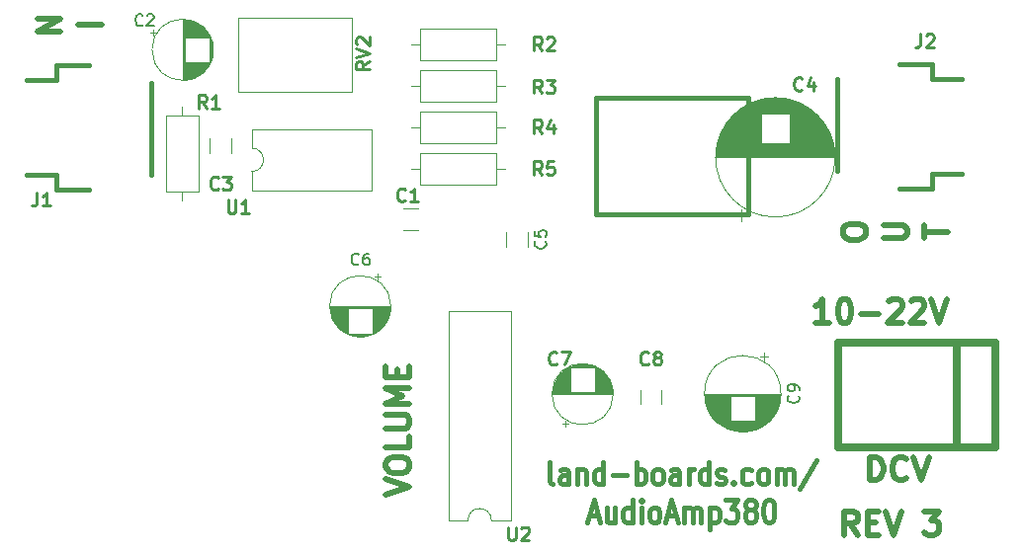
<source format=gto>
G04 #@! TF.GenerationSoftware,KiCad,Pcbnew,(5.1.10)-1*
G04 #@! TF.CreationDate,2022-03-27T08:25:45-04:00*
G04 #@! TF.ProjectId,AudioAmp380,41756469-6f41-46d7-9033-38302e6b6963,3*
G04 #@! TF.SameCoordinates,Original*
G04 #@! TF.FileFunction,Legend,Top*
G04 #@! TF.FilePolarity,Positive*
%FSLAX46Y46*%
G04 Gerber Fmt 4.6, Leading zero omitted, Abs format (unit mm)*
G04 Created by KiCad (PCBNEW (5.1.10)-1) date 2022-03-27 08:25:45*
%MOMM*%
%LPD*%
G01*
G04 APERTURE LIST*
%ADD10C,0.381000*%
%ADD11C,0.500000*%
%ADD12C,0.412750*%
%ADD13C,0.120000*%
%ADD14C,0.650000*%
%ADD15C,0.254000*%
%ADD16C,0.150000*%
G04 APERTURE END LIST*
D10*
X141220000Y-124112400D02*
X141220000Y-114112400D01*
X154220000Y-124112400D02*
X141220000Y-124112400D01*
X154220000Y-114112400D02*
X154220000Y-124112400D01*
X141220000Y-114112400D02*
X154220000Y-114112400D01*
D11*
X164639047Y-146917161D02*
X164639047Y-144917161D01*
X165115238Y-144917161D01*
X165400952Y-145012400D01*
X165591428Y-145202876D01*
X165686666Y-145393352D01*
X165781904Y-145774304D01*
X165781904Y-146060019D01*
X165686666Y-146440971D01*
X165591428Y-146631447D01*
X165400952Y-146821923D01*
X165115238Y-146917161D01*
X164639047Y-146917161D01*
X167781904Y-146726685D02*
X167686666Y-146821923D01*
X167400952Y-146917161D01*
X167210476Y-146917161D01*
X166924761Y-146821923D01*
X166734285Y-146631447D01*
X166639047Y-146440971D01*
X166543809Y-146060019D01*
X166543809Y-145774304D01*
X166639047Y-145393352D01*
X166734285Y-145202876D01*
X166924761Y-145012400D01*
X167210476Y-144917161D01*
X167400952Y-144917161D01*
X167686666Y-145012400D01*
X167781904Y-145107638D01*
X168353333Y-144917161D02*
X169020000Y-146917161D01*
X169686666Y-144917161D01*
X163588857Y-151595161D02*
X162922190Y-150642780D01*
X162446000Y-151595161D02*
X162446000Y-149595161D01*
X163207904Y-149595161D01*
X163398380Y-149690400D01*
X163493619Y-149785638D01*
X163588857Y-149976114D01*
X163588857Y-150261828D01*
X163493619Y-150452304D01*
X163398380Y-150547542D01*
X163207904Y-150642780D01*
X162446000Y-150642780D01*
X164446000Y-150547542D02*
X165112666Y-150547542D01*
X165398380Y-151595161D02*
X164446000Y-151595161D01*
X164446000Y-149595161D01*
X165398380Y-149595161D01*
X165969809Y-149595161D02*
X166636476Y-151595161D01*
X167303142Y-149595161D01*
X169303142Y-149595161D02*
X170541238Y-149595161D01*
X169874571Y-150357066D01*
X170160285Y-150357066D01*
X170350761Y-150452304D01*
X170446000Y-150547542D01*
X170541238Y-150738019D01*
X170541238Y-151214209D01*
X170446000Y-151404685D01*
X170350761Y-151499923D01*
X170160285Y-151595161D01*
X169588857Y-151595161D01*
X169398380Y-151499923D01*
X169303142Y-151404685D01*
X123186761Y-148181447D02*
X125186761Y-147514780D01*
X123186761Y-146848114D01*
X123186761Y-145800495D02*
X123186761Y-145419542D01*
X123282000Y-145229066D01*
X123472476Y-145038590D01*
X123853428Y-144943352D01*
X124520095Y-144943352D01*
X124901047Y-145038590D01*
X125091523Y-145229066D01*
X125186761Y-145419542D01*
X125186761Y-145800495D01*
X125091523Y-145990971D01*
X124901047Y-146181447D01*
X124520095Y-146276685D01*
X123853428Y-146276685D01*
X123472476Y-146181447D01*
X123282000Y-145990971D01*
X123186761Y-145800495D01*
X125186761Y-143133828D02*
X125186761Y-144086209D01*
X123186761Y-144086209D01*
X123186761Y-142467161D02*
X124805809Y-142467161D01*
X124996285Y-142371923D01*
X125091523Y-142276685D01*
X125186761Y-142086209D01*
X125186761Y-141705257D01*
X125091523Y-141514780D01*
X124996285Y-141419542D01*
X124805809Y-141324304D01*
X123186761Y-141324304D01*
X125186761Y-140371923D02*
X123186761Y-140371923D01*
X124615333Y-139705257D01*
X123186761Y-139038590D01*
X125186761Y-139038590D01*
X124139142Y-138086209D02*
X124139142Y-137419542D01*
X125186761Y-137133828D02*
X125186761Y-138086209D01*
X123186761Y-138086209D01*
X123186761Y-137133828D01*
X161139047Y-133417161D02*
X159996190Y-133417161D01*
X160567619Y-133417161D02*
X160567619Y-131417161D01*
X160377142Y-131702876D01*
X160186666Y-131893352D01*
X159996190Y-131988590D01*
X162377142Y-131417161D02*
X162567619Y-131417161D01*
X162758095Y-131512400D01*
X162853333Y-131607638D01*
X162948571Y-131798114D01*
X163043809Y-132179066D01*
X163043809Y-132655257D01*
X162948571Y-133036209D01*
X162853333Y-133226685D01*
X162758095Y-133321923D01*
X162567619Y-133417161D01*
X162377142Y-133417161D01*
X162186666Y-133321923D01*
X162091428Y-133226685D01*
X161996190Y-133036209D01*
X161900952Y-132655257D01*
X161900952Y-132179066D01*
X161996190Y-131798114D01*
X162091428Y-131607638D01*
X162186666Y-131512400D01*
X162377142Y-131417161D01*
X163900952Y-132655257D02*
X165424761Y-132655257D01*
X166281904Y-131607638D02*
X166377142Y-131512400D01*
X166567619Y-131417161D01*
X167043809Y-131417161D01*
X167234285Y-131512400D01*
X167329523Y-131607638D01*
X167424761Y-131798114D01*
X167424761Y-131988590D01*
X167329523Y-132274304D01*
X166186666Y-133417161D01*
X167424761Y-133417161D01*
X168186666Y-131607638D02*
X168281904Y-131512400D01*
X168472380Y-131417161D01*
X168948571Y-131417161D01*
X169139047Y-131512400D01*
X169234285Y-131607638D01*
X169329523Y-131798114D01*
X169329523Y-131988590D01*
X169234285Y-132274304D01*
X168091428Y-133417161D01*
X169329523Y-133417161D01*
X169900952Y-131417161D02*
X170567619Y-133417161D01*
X171234285Y-131417161D01*
D12*
X137474023Y-147239060D02*
X137316785Y-147148346D01*
X137238166Y-146966917D01*
X137238166Y-145334060D01*
X138810547Y-147239060D02*
X138810547Y-146241203D01*
X138731928Y-146059775D01*
X138574690Y-145969060D01*
X138260214Y-145969060D01*
X138102976Y-146059775D01*
X138810547Y-147148346D02*
X138653309Y-147239060D01*
X138260214Y-147239060D01*
X138102976Y-147148346D01*
X138024357Y-146966917D01*
X138024357Y-146785489D01*
X138102976Y-146604060D01*
X138260214Y-146513346D01*
X138653309Y-146513346D01*
X138810547Y-146422632D01*
X139596738Y-145969060D02*
X139596738Y-147239060D01*
X139596738Y-146150489D02*
X139675357Y-146059775D01*
X139832595Y-145969060D01*
X140068452Y-145969060D01*
X140225690Y-146059775D01*
X140304309Y-146241203D01*
X140304309Y-147239060D01*
X141798071Y-147239060D02*
X141798071Y-145334060D01*
X141798071Y-147148346D02*
X141640833Y-147239060D01*
X141326357Y-147239060D01*
X141169119Y-147148346D01*
X141090500Y-147057632D01*
X141011880Y-146876203D01*
X141011880Y-146331917D01*
X141090500Y-146150489D01*
X141169119Y-146059775D01*
X141326357Y-145969060D01*
X141640833Y-145969060D01*
X141798071Y-146059775D01*
X142584261Y-146513346D02*
X143842166Y-146513346D01*
X144628357Y-147239060D02*
X144628357Y-145334060D01*
X144628357Y-146059775D02*
X144785595Y-145969060D01*
X145100071Y-145969060D01*
X145257309Y-146059775D01*
X145335928Y-146150489D01*
X145414547Y-146331917D01*
X145414547Y-146876203D01*
X145335928Y-147057632D01*
X145257309Y-147148346D01*
X145100071Y-147239060D01*
X144785595Y-147239060D01*
X144628357Y-147148346D01*
X146357976Y-147239060D02*
X146200738Y-147148346D01*
X146122119Y-147057632D01*
X146043500Y-146876203D01*
X146043500Y-146331917D01*
X146122119Y-146150489D01*
X146200738Y-146059775D01*
X146357976Y-145969060D01*
X146593833Y-145969060D01*
X146751071Y-146059775D01*
X146829690Y-146150489D01*
X146908309Y-146331917D01*
X146908309Y-146876203D01*
X146829690Y-147057632D01*
X146751071Y-147148346D01*
X146593833Y-147239060D01*
X146357976Y-147239060D01*
X148323452Y-147239060D02*
X148323452Y-146241203D01*
X148244833Y-146059775D01*
X148087595Y-145969060D01*
X147773119Y-145969060D01*
X147615880Y-146059775D01*
X148323452Y-147148346D02*
X148166214Y-147239060D01*
X147773119Y-147239060D01*
X147615880Y-147148346D01*
X147537261Y-146966917D01*
X147537261Y-146785489D01*
X147615880Y-146604060D01*
X147773119Y-146513346D01*
X148166214Y-146513346D01*
X148323452Y-146422632D01*
X149109642Y-147239060D02*
X149109642Y-145969060D01*
X149109642Y-146331917D02*
X149188261Y-146150489D01*
X149266880Y-146059775D01*
X149424119Y-145969060D01*
X149581357Y-145969060D01*
X150839261Y-147239060D02*
X150839261Y-145334060D01*
X150839261Y-147148346D02*
X150682023Y-147239060D01*
X150367547Y-147239060D01*
X150210309Y-147148346D01*
X150131690Y-147057632D01*
X150053071Y-146876203D01*
X150053071Y-146331917D01*
X150131690Y-146150489D01*
X150210309Y-146059775D01*
X150367547Y-145969060D01*
X150682023Y-145969060D01*
X150839261Y-146059775D01*
X151546833Y-147148346D02*
X151704071Y-147239060D01*
X152018547Y-147239060D01*
X152175785Y-147148346D01*
X152254404Y-146966917D01*
X152254404Y-146876203D01*
X152175785Y-146694775D01*
X152018547Y-146604060D01*
X151782690Y-146604060D01*
X151625452Y-146513346D01*
X151546833Y-146331917D01*
X151546833Y-146241203D01*
X151625452Y-146059775D01*
X151782690Y-145969060D01*
X152018547Y-145969060D01*
X152175785Y-146059775D01*
X152961976Y-147057632D02*
X153040595Y-147148346D01*
X152961976Y-147239060D01*
X152883357Y-147148346D01*
X152961976Y-147057632D01*
X152961976Y-147239060D01*
X154455738Y-147148346D02*
X154298500Y-147239060D01*
X153984023Y-147239060D01*
X153826785Y-147148346D01*
X153748166Y-147057632D01*
X153669547Y-146876203D01*
X153669547Y-146331917D01*
X153748166Y-146150489D01*
X153826785Y-146059775D01*
X153984023Y-145969060D01*
X154298500Y-145969060D01*
X154455738Y-146059775D01*
X155399166Y-147239060D02*
X155241928Y-147148346D01*
X155163309Y-147057632D01*
X155084690Y-146876203D01*
X155084690Y-146331917D01*
X155163309Y-146150489D01*
X155241928Y-146059775D01*
X155399166Y-145969060D01*
X155635023Y-145969060D01*
X155792261Y-146059775D01*
X155870880Y-146150489D01*
X155949500Y-146331917D01*
X155949500Y-146876203D01*
X155870880Y-147057632D01*
X155792261Y-147148346D01*
X155635023Y-147239060D01*
X155399166Y-147239060D01*
X156657071Y-147239060D02*
X156657071Y-145969060D01*
X156657071Y-146150489D02*
X156735690Y-146059775D01*
X156892928Y-145969060D01*
X157128785Y-145969060D01*
X157286023Y-146059775D01*
X157364642Y-146241203D01*
X157364642Y-147239060D01*
X157364642Y-146241203D02*
X157443261Y-146059775D01*
X157600500Y-145969060D01*
X157836357Y-145969060D01*
X157993595Y-146059775D01*
X158072214Y-146241203D01*
X158072214Y-147239060D01*
X160037690Y-145243346D02*
X158622547Y-147692632D01*
X140579476Y-149965025D02*
X141365666Y-149965025D01*
X140422238Y-150509310D02*
X140972571Y-148604310D01*
X141522904Y-150509310D01*
X142780809Y-149239310D02*
X142780809Y-150509310D01*
X142073238Y-149239310D02*
X142073238Y-150237167D01*
X142151857Y-150418596D01*
X142309095Y-150509310D01*
X142544952Y-150509310D01*
X142702190Y-150418596D01*
X142780809Y-150327882D01*
X144274571Y-150509310D02*
X144274571Y-148604310D01*
X144274571Y-150418596D02*
X144117333Y-150509310D01*
X143802857Y-150509310D01*
X143645619Y-150418596D01*
X143567000Y-150327882D01*
X143488380Y-150146453D01*
X143488380Y-149602167D01*
X143567000Y-149420739D01*
X143645619Y-149330025D01*
X143802857Y-149239310D01*
X144117333Y-149239310D01*
X144274571Y-149330025D01*
X145060761Y-150509310D02*
X145060761Y-149239310D01*
X145060761Y-148604310D02*
X144982142Y-148695025D01*
X145060761Y-148785739D01*
X145139380Y-148695025D01*
X145060761Y-148604310D01*
X145060761Y-148785739D01*
X146082809Y-150509310D02*
X145925571Y-150418596D01*
X145846952Y-150327882D01*
X145768333Y-150146453D01*
X145768333Y-149602167D01*
X145846952Y-149420739D01*
X145925571Y-149330025D01*
X146082809Y-149239310D01*
X146318666Y-149239310D01*
X146475904Y-149330025D01*
X146554523Y-149420739D01*
X146633142Y-149602167D01*
X146633142Y-150146453D01*
X146554523Y-150327882D01*
X146475904Y-150418596D01*
X146318666Y-150509310D01*
X146082809Y-150509310D01*
X147262095Y-149965025D02*
X148048285Y-149965025D01*
X147104857Y-150509310D02*
X147655190Y-148604310D01*
X148205523Y-150509310D01*
X148755857Y-150509310D02*
X148755857Y-149239310D01*
X148755857Y-149420739D02*
X148834476Y-149330025D01*
X148991714Y-149239310D01*
X149227571Y-149239310D01*
X149384809Y-149330025D01*
X149463428Y-149511453D01*
X149463428Y-150509310D01*
X149463428Y-149511453D02*
X149542047Y-149330025D01*
X149699285Y-149239310D01*
X149935142Y-149239310D01*
X150092380Y-149330025D01*
X150171000Y-149511453D01*
X150171000Y-150509310D01*
X150957190Y-149239310D02*
X150957190Y-151144310D01*
X150957190Y-149330025D02*
X151114428Y-149239310D01*
X151428904Y-149239310D01*
X151586142Y-149330025D01*
X151664761Y-149420739D01*
X151743380Y-149602167D01*
X151743380Y-150146453D01*
X151664761Y-150327882D01*
X151586142Y-150418596D01*
X151428904Y-150509310D01*
X151114428Y-150509310D01*
X150957190Y-150418596D01*
X152293714Y-148604310D02*
X153315761Y-148604310D01*
X152765428Y-149330025D01*
X153001285Y-149330025D01*
X153158523Y-149420739D01*
X153237142Y-149511453D01*
X153315761Y-149692882D01*
X153315761Y-150146453D01*
X153237142Y-150327882D01*
X153158523Y-150418596D01*
X153001285Y-150509310D01*
X152529571Y-150509310D01*
X152372333Y-150418596D01*
X152293714Y-150327882D01*
X154259190Y-149420739D02*
X154101952Y-149330025D01*
X154023333Y-149239310D01*
X153944714Y-149057882D01*
X153944714Y-148967167D01*
X154023333Y-148785739D01*
X154101952Y-148695025D01*
X154259190Y-148604310D01*
X154573666Y-148604310D01*
X154730904Y-148695025D01*
X154809523Y-148785739D01*
X154888142Y-148967167D01*
X154888142Y-149057882D01*
X154809523Y-149239310D01*
X154730904Y-149330025D01*
X154573666Y-149420739D01*
X154259190Y-149420739D01*
X154101952Y-149511453D01*
X154023333Y-149602167D01*
X153944714Y-149783596D01*
X153944714Y-150146453D01*
X154023333Y-150327882D01*
X154101952Y-150418596D01*
X154259190Y-150509310D01*
X154573666Y-150509310D01*
X154730904Y-150418596D01*
X154809523Y-150327882D01*
X154888142Y-150146453D01*
X154888142Y-149783596D01*
X154809523Y-149602167D01*
X154730904Y-149511453D01*
X154573666Y-149420739D01*
X155910190Y-148604310D02*
X156067428Y-148604310D01*
X156224666Y-148695025D01*
X156303285Y-148785739D01*
X156381904Y-148967167D01*
X156460523Y-149330025D01*
X156460523Y-149783596D01*
X156381904Y-150146453D01*
X156303285Y-150327882D01*
X156224666Y-150418596D01*
X156067428Y-150509310D01*
X155910190Y-150509310D01*
X155752952Y-150418596D01*
X155674333Y-150327882D01*
X155595714Y-150146453D01*
X155517095Y-149783596D01*
X155517095Y-149330025D01*
X155595714Y-148967167D01*
X155674333Y-148785739D01*
X155752952Y-148695025D01*
X155910190Y-148604310D01*
D11*
X162309761Y-125803876D02*
X162309761Y-125422923D01*
X162405000Y-125232447D01*
X162595476Y-125041971D01*
X162976428Y-124946733D01*
X163643095Y-124946733D01*
X164024047Y-125041971D01*
X164214523Y-125232447D01*
X164309761Y-125422923D01*
X164309761Y-125803876D01*
X164214523Y-125994352D01*
X164024047Y-126184828D01*
X163643095Y-126280066D01*
X162976428Y-126280066D01*
X162595476Y-126184828D01*
X162405000Y-125994352D01*
X162309761Y-125803876D01*
X165809761Y-126184828D02*
X167428809Y-126184828D01*
X167619285Y-126089590D01*
X167714523Y-125994352D01*
X167809761Y-125803876D01*
X167809761Y-125422923D01*
X167714523Y-125232447D01*
X167619285Y-125137209D01*
X167428809Y-125041971D01*
X165809761Y-125041971D01*
X169309761Y-126184828D02*
X169309761Y-125041971D01*
X171309761Y-125613400D02*
X169309761Y-125613400D01*
X96806238Y-107891400D02*
X98806238Y-107891400D01*
X93306238Y-107319971D02*
X95306238Y-107319971D01*
X93306238Y-108462828D01*
X95306238Y-108462828D01*
D13*
X104370000Y-122202400D02*
X107110000Y-122202400D01*
X107110000Y-122202400D02*
X107110000Y-115662400D01*
X107110000Y-115662400D02*
X104370000Y-115662400D01*
X104370000Y-115662400D02*
X104370000Y-122202400D01*
X105740000Y-122972400D02*
X105740000Y-122202400D01*
X105740000Y-114892400D02*
X105740000Y-115662400D01*
X111690000Y-120448400D02*
X111690000Y-122098400D01*
X111690000Y-122098400D02*
X121970000Y-122098400D01*
X121970000Y-122098400D02*
X121970000Y-116798400D01*
X121970000Y-116798400D02*
X111690000Y-116798400D01*
X111690000Y-116798400D02*
X111690000Y-118448400D01*
X111690000Y-118448400D02*
G75*
G02*
X111690000Y-120448400I0J-1000000D01*
G01*
D10*
X103073000Y-120464400D02*
X103073000Y-120718400D01*
X103073000Y-114114400D02*
X103073000Y-112844400D01*
X97739000Y-111320400D02*
X94945000Y-111320400D01*
X94945000Y-111320400D02*
X94945000Y-112590400D01*
X94945000Y-112590400D02*
X92405000Y-112590400D01*
X97739000Y-121988400D02*
X94945000Y-121988400D01*
X94945000Y-121988400D02*
X94945000Y-120718400D01*
X94945000Y-120718400D02*
X92405000Y-120718400D01*
X103073000Y-120464400D02*
X103073000Y-114114400D01*
X161865000Y-112803400D02*
X161865000Y-112549400D01*
X161865000Y-119153400D02*
X161865000Y-120423400D01*
X167199000Y-121947400D02*
X169993000Y-121947400D01*
X169993000Y-121947400D02*
X169993000Y-120677400D01*
X169993000Y-120677400D02*
X172533000Y-120677400D01*
X167199000Y-111279400D02*
X169993000Y-111279400D01*
X169993000Y-111279400D02*
X169993000Y-112549400D01*
X169993000Y-112549400D02*
X172533000Y-112549400D01*
X161865000Y-112803400D02*
X161865000Y-119153400D01*
D13*
X125322000Y-109542400D02*
X126092000Y-109542400D01*
X133402000Y-109542400D02*
X132632000Y-109542400D01*
X126092000Y-110912400D02*
X132632000Y-110912400D01*
X126092000Y-108172400D02*
X126092000Y-110912400D01*
X132632000Y-108172400D02*
X126092000Y-108172400D01*
X132632000Y-110912400D02*
X132632000Y-108172400D01*
X133402000Y-116654400D02*
X132632000Y-116654400D01*
X125322000Y-116654400D02*
X126092000Y-116654400D01*
X132632000Y-115284400D02*
X126092000Y-115284400D01*
X132632000Y-118024400D02*
X132632000Y-115284400D01*
X126092000Y-118024400D02*
X132632000Y-118024400D01*
X126092000Y-115284400D02*
X126092000Y-118024400D01*
X132210000Y-150342400D02*
X133860000Y-150342400D01*
X133860000Y-150342400D02*
X133860000Y-132442400D01*
X133860000Y-132442400D02*
X128560000Y-132442400D01*
X128560000Y-132442400D02*
X128560000Y-150342400D01*
X128560000Y-150342400D02*
X130210000Y-150342400D01*
X130210000Y-150342400D02*
G75*
G02*
X132210000Y-150342400I1000000J0D01*
G01*
X125899000Y-125432400D02*
X124641000Y-125432400D01*
X125899000Y-123592400D02*
X124641000Y-123592400D01*
X108100000Y-117633400D02*
X108100000Y-118891400D01*
X109940000Y-117633400D02*
X109940000Y-118891400D01*
X132632000Y-114468400D02*
X132632000Y-111728400D01*
X132632000Y-111728400D02*
X126092000Y-111728400D01*
X126092000Y-111728400D02*
X126092000Y-114468400D01*
X126092000Y-114468400D02*
X132632000Y-114468400D01*
X133402000Y-113098400D02*
X132632000Y-113098400D01*
X125322000Y-113098400D02*
X126092000Y-113098400D01*
X132632000Y-121580400D02*
X132632000Y-118840400D01*
X132632000Y-118840400D02*
X126092000Y-118840400D01*
X126092000Y-118840400D02*
X126092000Y-121580400D01*
X126092000Y-121580400D02*
X132632000Y-121580400D01*
X133402000Y-120210400D02*
X132632000Y-120210400D01*
X125322000Y-120210400D02*
X126092000Y-120210400D01*
X142650000Y-139534400D02*
G75*
G03*
X142650000Y-139534400I-2620000J0D01*
G01*
X137450000Y-139534400D02*
X142610000Y-139534400D01*
X137450000Y-139494400D02*
X142610000Y-139494400D01*
X137451000Y-139454400D02*
X142609000Y-139454400D01*
X137452000Y-139414400D02*
X142608000Y-139414400D01*
X137454000Y-139374400D02*
X142606000Y-139374400D01*
X137457000Y-139334400D02*
X142603000Y-139334400D01*
X137461000Y-139294400D02*
X138990000Y-139294400D01*
X141070000Y-139294400D02*
X142599000Y-139294400D01*
X137465000Y-139254400D02*
X138990000Y-139254400D01*
X141070000Y-139254400D02*
X142595000Y-139254400D01*
X137469000Y-139214400D02*
X138990000Y-139214400D01*
X141070000Y-139214400D02*
X142591000Y-139214400D01*
X137474000Y-139174400D02*
X138990000Y-139174400D01*
X141070000Y-139174400D02*
X142586000Y-139174400D01*
X137480000Y-139134400D02*
X138990000Y-139134400D01*
X141070000Y-139134400D02*
X142580000Y-139134400D01*
X137487000Y-139094400D02*
X138990000Y-139094400D01*
X141070000Y-139094400D02*
X142573000Y-139094400D01*
X137494000Y-139054400D02*
X138990000Y-139054400D01*
X141070000Y-139054400D02*
X142566000Y-139054400D01*
X137502000Y-139014400D02*
X138990000Y-139014400D01*
X141070000Y-139014400D02*
X142558000Y-139014400D01*
X137510000Y-138974400D02*
X138990000Y-138974400D01*
X141070000Y-138974400D02*
X142550000Y-138974400D01*
X137519000Y-138934400D02*
X138990000Y-138934400D01*
X141070000Y-138934400D02*
X142541000Y-138934400D01*
X137529000Y-138894400D02*
X138990000Y-138894400D01*
X141070000Y-138894400D02*
X142531000Y-138894400D01*
X137539000Y-138854400D02*
X138990000Y-138854400D01*
X141070000Y-138854400D02*
X142521000Y-138854400D01*
X137550000Y-138813400D02*
X138990000Y-138813400D01*
X141070000Y-138813400D02*
X142510000Y-138813400D01*
X137562000Y-138773400D02*
X138990000Y-138773400D01*
X141070000Y-138773400D02*
X142498000Y-138773400D01*
X137575000Y-138733400D02*
X138990000Y-138733400D01*
X141070000Y-138733400D02*
X142485000Y-138733400D01*
X137588000Y-138693400D02*
X138990000Y-138693400D01*
X141070000Y-138693400D02*
X142472000Y-138693400D01*
X137602000Y-138653400D02*
X138990000Y-138653400D01*
X141070000Y-138653400D02*
X142458000Y-138653400D01*
X137616000Y-138613400D02*
X138990000Y-138613400D01*
X141070000Y-138613400D02*
X142444000Y-138613400D01*
X137632000Y-138573400D02*
X138990000Y-138573400D01*
X141070000Y-138573400D02*
X142428000Y-138573400D01*
X137648000Y-138533400D02*
X138990000Y-138533400D01*
X141070000Y-138533400D02*
X142412000Y-138533400D01*
X137665000Y-138493400D02*
X138990000Y-138493400D01*
X141070000Y-138493400D02*
X142395000Y-138493400D01*
X137682000Y-138453400D02*
X138990000Y-138453400D01*
X141070000Y-138453400D02*
X142378000Y-138453400D01*
X137701000Y-138413400D02*
X138990000Y-138413400D01*
X141070000Y-138413400D02*
X142359000Y-138413400D01*
X137720000Y-138373400D02*
X138990000Y-138373400D01*
X141070000Y-138373400D02*
X142340000Y-138373400D01*
X137740000Y-138333400D02*
X138990000Y-138333400D01*
X141070000Y-138333400D02*
X142320000Y-138333400D01*
X137762000Y-138293400D02*
X138990000Y-138293400D01*
X141070000Y-138293400D02*
X142298000Y-138293400D01*
X137783000Y-138253400D02*
X138990000Y-138253400D01*
X141070000Y-138253400D02*
X142277000Y-138253400D01*
X137806000Y-138213400D02*
X138990000Y-138213400D01*
X141070000Y-138213400D02*
X142254000Y-138213400D01*
X137830000Y-138173400D02*
X138990000Y-138173400D01*
X141070000Y-138173400D02*
X142230000Y-138173400D01*
X137855000Y-138133400D02*
X138990000Y-138133400D01*
X141070000Y-138133400D02*
X142205000Y-138133400D01*
X137881000Y-138093400D02*
X138990000Y-138093400D01*
X141070000Y-138093400D02*
X142179000Y-138093400D01*
X137908000Y-138053400D02*
X138990000Y-138053400D01*
X141070000Y-138053400D02*
X142152000Y-138053400D01*
X137935000Y-138013400D02*
X138990000Y-138013400D01*
X141070000Y-138013400D02*
X142125000Y-138013400D01*
X137965000Y-137973400D02*
X138990000Y-137973400D01*
X141070000Y-137973400D02*
X142095000Y-137973400D01*
X137995000Y-137933400D02*
X138990000Y-137933400D01*
X141070000Y-137933400D02*
X142065000Y-137933400D01*
X138026000Y-137893400D02*
X138990000Y-137893400D01*
X141070000Y-137893400D02*
X142034000Y-137893400D01*
X138059000Y-137853400D02*
X138990000Y-137853400D01*
X141070000Y-137853400D02*
X142001000Y-137853400D01*
X138093000Y-137813400D02*
X138990000Y-137813400D01*
X141070000Y-137813400D02*
X141967000Y-137813400D01*
X138129000Y-137773400D02*
X138990000Y-137773400D01*
X141070000Y-137773400D02*
X141931000Y-137773400D01*
X138166000Y-137733400D02*
X138990000Y-137733400D01*
X141070000Y-137733400D02*
X141894000Y-137733400D01*
X138204000Y-137693400D02*
X138990000Y-137693400D01*
X141070000Y-137693400D02*
X141856000Y-137693400D01*
X138245000Y-137653400D02*
X138990000Y-137653400D01*
X141070000Y-137653400D02*
X141815000Y-137653400D01*
X138287000Y-137613400D02*
X138990000Y-137613400D01*
X141070000Y-137613400D02*
X141773000Y-137613400D01*
X138331000Y-137573400D02*
X138990000Y-137573400D01*
X141070000Y-137573400D02*
X141729000Y-137573400D01*
X138377000Y-137533400D02*
X138990000Y-137533400D01*
X141070000Y-137533400D02*
X141683000Y-137533400D01*
X138425000Y-137493400D02*
X138990000Y-137493400D01*
X141070000Y-137493400D02*
X141635000Y-137493400D01*
X138476000Y-137453400D02*
X138990000Y-137453400D01*
X141070000Y-137453400D02*
X141584000Y-137453400D01*
X138530000Y-137413400D02*
X138990000Y-137413400D01*
X141070000Y-137413400D02*
X141530000Y-137413400D01*
X138587000Y-137373400D02*
X138990000Y-137373400D01*
X141070000Y-137373400D02*
X141473000Y-137373400D01*
X138647000Y-137333400D02*
X138990000Y-137333400D01*
X141070000Y-137333400D02*
X141413000Y-137333400D01*
X138711000Y-137293400D02*
X138990000Y-137293400D01*
X141070000Y-137293400D02*
X141349000Y-137293400D01*
X138779000Y-137253400D02*
X138990000Y-137253400D01*
X141070000Y-137253400D02*
X141281000Y-137253400D01*
X138852000Y-137213400D02*
X141208000Y-137213400D01*
X138932000Y-137173400D02*
X141128000Y-137173400D01*
X139019000Y-137133400D02*
X141041000Y-137133400D01*
X139115000Y-137093400D02*
X140945000Y-137093400D01*
X139225000Y-137053400D02*
X140835000Y-137053400D01*
X139353000Y-137013400D02*
X140707000Y-137013400D01*
X139512000Y-136973400D02*
X140548000Y-136973400D01*
X139746000Y-136933400D02*
X140314000Y-136933400D01*
X138555000Y-142339175D02*
X138555000Y-141839175D01*
X138305000Y-142089175D02*
X138805000Y-142089175D01*
X161660000Y-119234400D02*
G75*
G03*
X161660000Y-119234400I-5120000J0D01*
G01*
X151460000Y-119234400D02*
X161620000Y-119234400D01*
X151460000Y-119194400D02*
X161620000Y-119194400D01*
X151460000Y-119154400D02*
X161620000Y-119154400D01*
X151461000Y-119114400D02*
X161619000Y-119114400D01*
X151462000Y-119074400D02*
X161618000Y-119074400D01*
X151463000Y-119034400D02*
X161617000Y-119034400D01*
X151465000Y-118994400D02*
X161615000Y-118994400D01*
X151467000Y-118954400D02*
X161613000Y-118954400D01*
X151470000Y-118914400D02*
X161610000Y-118914400D01*
X151472000Y-118874400D02*
X161608000Y-118874400D01*
X151475000Y-118834400D02*
X161605000Y-118834400D01*
X151478000Y-118794400D02*
X161602000Y-118794400D01*
X151482000Y-118754400D02*
X161598000Y-118754400D01*
X151486000Y-118714400D02*
X161594000Y-118714400D01*
X151490000Y-118674400D02*
X161590000Y-118674400D01*
X151495000Y-118634400D02*
X161585000Y-118634400D01*
X151500000Y-118594400D02*
X161580000Y-118594400D01*
X151505000Y-118554400D02*
X161575000Y-118554400D01*
X151510000Y-118513400D02*
X161570000Y-118513400D01*
X151516000Y-118473400D02*
X161564000Y-118473400D01*
X151522000Y-118433400D02*
X161558000Y-118433400D01*
X151529000Y-118393400D02*
X161551000Y-118393400D01*
X151536000Y-118353400D02*
X161544000Y-118353400D01*
X151543000Y-118313400D02*
X161537000Y-118313400D01*
X151550000Y-118273400D02*
X161530000Y-118273400D01*
X151558000Y-118233400D02*
X161522000Y-118233400D01*
X151566000Y-118193400D02*
X161514000Y-118193400D01*
X151575000Y-118153400D02*
X161505000Y-118153400D01*
X151584000Y-118113400D02*
X161496000Y-118113400D01*
X151593000Y-118073400D02*
X161487000Y-118073400D01*
X151602000Y-118033400D02*
X161478000Y-118033400D01*
X151612000Y-117993400D02*
X161468000Y-117993400D01*
X151622000Y-117953400D02*
X155299000Y-117953400D01*
X157781000Y-117953400D02*
X161458000Y-117953400D01*
X151633000Y-117913400D02*
X155299000Y-117913400D01*
X157781000Y-117913400D02*
X161447000Y-117913400D01*
X151643000Y-117873400D02*
X155299000Y-117873400D01*
X157781000Y-117873400D02*
X161437000Y-117873400D01*
X151655000Y-117833400D02*
X155299000Y-117833400D01*
X157781000Y-117833400D02*
X161425000Y-117833400D01*
X151666000Y-117793400D02*
X155299000Y-117793400D01*
X157781000Y-117793400D02*
X161414000Y-117793400D01*
X151678000Y-117753400D02*
X155299000Y-117753400D01*
X157781000Y-117753400D02*
X161402000Y-117753400D01*
X151690000Y-117713400D02*
X155299000Y-117713400D01*
X157781000Y-117713400D02*
X161390000Y-117713400D01*
X151703000Y-117673400D02*
X155299000Y-117673400D01*
X157781000Y-117673400D02*
X161377000Y-117673400D01*
X151716000Y-117633400D02*
X155299000Y-117633400D01*
X157781000Y-117633400D02*
X161364000Y-117633400D01*
X151729000Y-117593400D02*
X155299000Y-117593400D01*
X157781000Y-117593400D02*
X161351000Y-117593400D01*
X151743000Y-117553400D02*
X155299000Y-117553400D01*
X157781000Y-117553400D02*
X161337000Y-117553400D01*
X151757000Y-117513400D02*
X155299000Y-117513400D01*
X157781000Y-117513400D02*
X161323000Y-117513400D01*
X151772000Y-117473400D02*
X155299000Y-117473400D01*
X157781000Y-117473400D02*
X161308000Y-117473400D01*
X151786000Y-117433400D02*
X155299000Y-117433400D01*
X157781000Y-117433400D02*
X161294000Y-117433400D01*
X151802000Y-117393400D02*
X155299000Y-117393400D01*
X157781000Y-117393400D02*
X161278000Y-117393400D01*
X151817000Y-117353400D02*
X155299000Y-117353400D01*
X157781000Y-117353400D02*
X161263000Y-117353400D01*
X151833000Y-117313400D02*
X155299000Y-117313400D01*
X157781000Y-117313400D02*
X161247000Y-117313400D01*
X151850000Y-117273400D02*
X155299000Y-117273400D01*
X157781000Y-117273400D02*
X161230000Y-117273400D01*
X151866000Y-117233400D02*
X155299000Y-117233400D01*
X157781000Y-117233400D02*
X161214000Y-117233400D01*
X151883000Y-117193400D02*
X155299000Y-117193400D01*
X157781000Y-117193400D02*
X161197000Y-117193400D01*
X151901000Y-117153400D02*
X155299000Y-117153400D01*
X157781000Y-117153400D02*
X161179000Y-117153400D01*
X151919000Y-117113400D02*
X155299000Y-117113400D01*
X157781000Y-117113400D02*
X161161000Y-117113400D01*
X151937000Y-117073400D02*
X155299000Y-117073400D01*
X157781000Y-117073400D02*
X161143000Y-117073400D01*
X151956000Y-117033400D02*
X155299000Y-117033400D01*
X157781000Y-117033400D02*
X161124000Y-117033400D01*
X151976000Y-116993400D02*
X155299000Y-116993400D01*
X157781000Y-116993400D02*
X161104000Y-116993400D01*
X151995000Y-116953400D02*
X155299000Y-116953400D01*
X157781000Y-116953400D02*
X161085000Y-116953400D01*
X152015000Y-116913400D02*
X155299000Y-116913400D01*
X157781000Y-116913400D02*
X161065000Y-116913400D01*
X152036000Y-116873400D02*
X155299000Y-116873400D01*
X157781000Y-116873400D02*
X161044000Y-116873400D01*
X152057000Y-116833400D02*
X155299000Y-116833400D01*
X157781000Y-116833400D02*
X161023000Y-116833400D01*
X152078000Y-116793400D02*
X155299000Y-116793400D01*
X157781000Y-116793400D02*
X161002000Y-116793400D01*
X152100000Y-116753400D02*
X155299000Y-116753400D01*
X157781000Y-116753400D02*
X160980000Y-116753400D01*
X152123000Y-116713400D02*
X155299000Y-116713400D01*
X157781000Y-116713400D02*
X160957000Y-116713400D01*
X152145000Y-116673400D02*
X155299000Y-116673400D01*
X157781000Y-116673400D02*
X160935000Y-116673400D01*
X152169000Y-116633400D02*
X155299000Y-116633400D01*
X157781000Y-116633400D02*
X160911000Y-116633400D01*
X152193000Y-116593400D02*
X155299000Y-116593400D01*
X157781000Y-116593400D02*
X160887000Y-116593400D01*
X152217000Y-116553400D02*
X155299000Y-116553400D01*
X157781000Y-116553400D02*
X160863000Y-116553400D01*
X152242000Y-116513400D02*
X155299000Y-116513400D01*
X157781000Y-116513400D02*
X160838000Y-116513400D01*
X152267000Y-116473400D02*
X155299000Y-116473400D01*
X157781000Y-116473400D02*
X160813000Y-116473400D01*
X152293000Y-116433400D02*
X155299000Y-116433400D01*
X157781000Y-116433400D02*
X160787000Y-116433400D01*
X152319000Y-116393400D02*
X155299000Y-116393400D01*
X157781000Y-116393400D02*
X160761000Y-116393400D01*
X152346000Y-116353400D02*
X155299000Y-116353400D01*
X157781000Y-116353400D02*
X160734000Y-116353400D01*
X152374000Y-116313400D02*
X155299000Y-116313400D01*
X157781000Y-116313400D02*
X160706000Y-116313400D01*
X152402000Y-116273400D02*
X155299000Y-116273400D01*
X157781000Y-116273400D02*
X160678000Y-116273400D01*
X152430000Y-116233400D02*
X155299000Y-116233400D01*
X157781000Y-116233400D02*
X160650000Y-116233400D01*
X152460000Y-116193400D02*
X155299000Y-116193400D01*
X157781000Y-116193400D02*
X160620000Y-116193400D01*
X152490000Y-116153400D02*
X155299000Y-116153400D01*
X157781000Y-116153400D02*
X160590000Y-116153400D01*
X152520000Y-116113400D02*
X155299000Y-116113400D01*
X157781000Y-116113400D02*
X160560000Y-116113400D01*
X152551000Y-116073400D02*
X155299000Y-116073400D01*
X157781000Y-116073400D02*
X160529000Y-116073400D01*
X152583000Y-116033400D02*
X155299000Y-116033400D01*
X157781000Y-116033400D02*
X160497000Y-116033400D01*
X152615000Y-115993400D02*
X155299000Y-115993400D01*
X157781000Y-115993400D02*
X160465000Y-115993400D01*
X152648000Y-115953400D02*
X155299000Y-115953400D01*
X157781000Y-115953400D02*
X160432000Y-115953400D01*
X152682000Y-115913400D02*
X155299000Y-115913400D01*
X157781000Y-115913400D02*
X160398000Y-115913400D01*
X152716000Y-115873400D02*
X155299000Y-115873400D01*
X157781000Y-115873400D02*
X160364000Y-115873400D01*
X152751000Y-115833400D02*
X155299000Y-115833400D01*
X157781000Y-115833400D02*
X160329000Y-115833400D01*
X152787000Y-115793400D02*
X155299000Y-115793400D01*
X157781000Y-115793400D02*
X160293000Y-115793400D01*
X152824000Y-115753400D02*
X155299000Y-115753400D01*
X157781000Y-115753400D02*
X160256000Y-115753400D01*
X152861000Y-115713400D02*
X155299000Y-115713400D01*
X157781000Y-115713400D02*
X160219000Y-115713400D01*
X152900000Y-115673400D02*
X155299000Y-115673400D01*
X157781000Y-115673400D02*
X160180000Y-115673400D01*
X152939000Y-115633400D02*
X155299000Y-115633400D01*
X157781000Y-115633400D02*
X160141000Y-115633400D01*
X152979000Y-115593400D02*
X155299000Y-115593400D01*
X157781000Y-115593400D02*
X160101000Y-115593400D01*
X153020000Y-115553400D02*
X155299000Y-115553400D01*
X157781000Y-115553400D02*
X160060000Y-115553400D01*
X153062000Y-115513400D02*
X155299000Y-115513400D01*
X157781000Y-115513400D02*
X160018000Y-115513400D01*
X153104000Y-115473400D02*
X159976000Y-115473400D01*
X153148000Y-115433400D02*
X159932000Y-115433400D01*
X153193000Y-115393400D02*
X159887000Y-115393400D01*
X153239000Y-115353400D02*
X159841000Y-115353400D01*
X153286000Y-115313400D02*
X159794000Y-115313400D01*
X153334000Y-115273400D02*
X159746000Y-115273400D01*
X153384000Y-115233400D02*
X159696000Y-115233400D01*
X153434000Y-115193400D02*
X159646000Y-115193400D01*
X153486000Y-115153400D02*
X159594000Y-115153400D01*
X153540000Y-115113400D02*
X159540000Y-115113400D01*
X153595000Y-115073400D02*
X159485000Y-115073400D01*
X153651000Y-115033400D02*
X159429000Y-115033400D01*
X153710000Y-114993400D02*
X159370000Y-114993400D01*
X153770000Y-114953400D02*
X159310000Y-114953400D01*
X153831000Y-114913400D02*
X159249000Y-114913400D01*
X153895000Y-114873400D02*
X159185000Y-114873400D01*
X153961000Y-114833400D02*
X159119000Y-114833400D01*
X154030000Y-114793400D02*
X159050000Y-114793400D01*
X154101000Y-114753400D02*
X158979000Y-114753400D01*
X154175000Y-114713400D02*
X158905000Y-114713400D01*
X154251000Y-114673400D02*
X158829000Y-114673400D01*
X154331000Y-114633400D02*
X158749000Y-114633400D01*
X154415000Y-114593400D02*
X158665000Y-114593400D01*
X154503000Y-114553400D02*
X158577000Y-114553400D01*
X154596000Y-114513400D02*
X158484000Y-114513400D01*
X154694000Y-114473400D02*
X158386000Y-114473400D01*
X154798000Y-114433400D02*
X158282000Y-114433400D01*
X154910000Y-114393400D02*
X158170000Y-114393400D01*
X155030000Y-114353400D02*
X158050000Y-114353400D01*
X155162000Y-114313400D02*
X157918000Y-114313400D01*
X155310000Y-114273400D02*
X157770000Y-114273400D01*
X155478000Y-114233400D02*
X157602000Y-114233400D01*
X155678000Y-114193400D02*
X157402000Y-114193400D01*
X155941000Y-114153400D02*
X157139000Y-114153400D01*
X153665000Y-124714046D02*
X153665000Y-123714046D01*
X153165000Y-124214046D02*
X154165000Y-124214046D01*
X146792000Y-140417400D02*
X146792000Y-139159400D01*
X144952000Y-140417400D02*
X144952000Y-139159400D01*
D14*
X175405000Y-135113400D02*
X161905000Y-135113400D01*
X161905000Y-144113400D02*
X161905000Y-135113400D01*
X175405000Y-144113400D02*
X161905000Y-144113400D01*
X175405000Y-144113400D02*
X175405000Y-135113400D01*
X172105000Y-135113400D02*
X172105000Y-144113400D01*
D13*
X120277000Y-107258400D02*
X120277000Y-113598400D01*
X110507000Y-107258400D02*
X110507000Y-113598400D01*
X110507000Y-113598400D02*
X120277000Y-113598400D01*
X110507000Y-107258400D02*
X120277000Y-107258400D01*
X122705000Y-129446625D02*
X122205000Y-129446625D01*
X122455000Y-129196625D02*
X122455000Y-129696625D01*
X121264000Y-134602400D02*
X120696000Y-134602400D01*
X121498000Y-134562400D02*
X120462000Y-134562400D01*
X121657000Y-134522400D02*
X120303000Y-134522400D01*
X121785000Y-134482400D02*
X120175000Y-134482400D01*
X121895000Y-134442400D02*
X120065000Y-134442400D01*
X121991000Y-134402400D02*
X119969000Y-134402400D01*
X122078000Y-134362400D02*
X119882000Y-134362400D01*
X122158000Y-134322400D02*
X119802000Y-134322400D01*
X119940000Y-134282400D02*
X119729000Y-134282400D01*
X122231000Y-134282400D02*
X122020000Y-134282400D01*
X119940000Y-134242400D02*
X119661000Y-134242400D01*
X122299000Y-134242400D02*
X122020000Y-134242400D01*
X119940000Y-134202400D02*
X119597000Y-134202400D01*
X122363000Y-134202400D02*
X122020000Y-134202400D01*
X119940000Y-134162400D02*
X119537000Y-134162400D01*
X122423000Y-134162400D02*
X122020000Y-134162400D01*
X119940000Y-134122400D02*
X119480000Y-134122400D01*
X122480000Y-134122400D02*
X122020000Y-134122400D01*
X119940000Y-134082400D02*
X119426000Y-134082400D01*
X122534000Y-134082400D02*
X122020000Y-134082400D01*
X119940000Y-134042400D02*
X119375000Y-134042400D01*
X122585000Y-134042400D02*
X122020000Y-134042400D01*
X119940000Y-134002400D02*
X119327000Y-134002400D01*
X122633000Y-134002400D02*
X122020000Y-134002400D01*
X119940000Y-133962400D02*
X119281000Y-133962400D01*
X122679000Y-133962400D02*
X122020000Y-133962400D01*
X119940000Y-133922400D02*
X119237000Y-133922400D01*
X122723000Y-133922400D02*
X122020000Y-133922400D01*
X119940000Y-133882400D02*
X119195000Y-133882400D01*
X122765000Y-133882400D02*
X122020000Y-133882400D01*
X119940000Y-133842400D02*
X119154000Y-133842400D01*
X122806000Y-133842400D02*
X122020000Y-133842400D01*
X119940000Y-133802400D02*
X119116000Y-133802400D01*
X122844000Y-133802400D02*
X122020000Y-133802400D01*
X119940000Y-133762400D02*
X119079000Y-133762400D01*
X122881000Y-133762400D02*
X122020000Y-133762400D01*
X119940000Y-133722400D02*
X119043000Y-133722400D01*
X122917000Y-133722400D02*
X122020000Y-133722400D01*
X119940000Y-133682400D02*
X119009000Y-133682400D01*
X122951000Y-133682400D02*
X122020000Y-133682400D01*
X119940000Y-133642400D02*
X118976000Y-133642400D01*
X122984000Y-133642400D02*
X122020000Y-133642400D01*
X119940000Y-133602400D02*
X118945000Y-133602400D01*
X123015000Y-133602400D02*
X122020000Y-133602400D01*
X119940000Y-133562400D02*
X118915000Y-133562400D01*
X123045000Y-133562400D02*
X122020000Y-133562400D01*
X119940000Y-133522400D02*
X118885000Y-133522400D01*
X123075000Y-133522400D02*
X122020000Y-133522400D01*
X119940000Y-133482400D02*
X118858000Y-133482400D01*
X123102000Y-133482400D02*
X122020000Y-133482400D01*
X119940000Y-133442400D02*
X118831000Y-133442400D01*
X123129000Y-133442400D02*
X122020000Y-133442400D01*
X119940000Y-133402400D02*
X118805000Y-133402400D01*
X123155000Y-133402400D02*
X122020000Y-133402400D01*
X119940000Y-133362400D02*
X118780000Y-133362400D01*
X123180000Y-133362400D02*
X122020000Y-133362400D01*
X119940000Y-133322400D02*
X118756000Y-133322400D01*
X123204000Y-133322400D02*
X122020000Y-133322400D01*
X119940000Y-133282400D02*
X118733000Y-133282400D01*
X123227000Y-133282400D02*
X122020000Y-133282400D01*
X119940000Y-133242400D02*
X118712000Y-133242400D01*
X123248000Y-133242400D02*
X122020000Y-133242400D01*
X119940000Y-133202400D02*
X118690000Y-133202400D01*
X123270000Y-133202400D02*
X122020000Y-133202400D01*
X119940000Y-133162400D02*
X118670000Y-133162400D01*
X123290000Y-133162400D02*
X122020000Y-133162400D01*
X119940000Y-133122400D02*
X118651000Y-133122400D01*
X123309000Y-133122400D02*
X122020000Y-133122400D01*
X119940000Y-133082400D02*
X118632000Y-133082400D01*
X123328000Y-133082400D02*
X122020000Y-133082400D01*
X119940000Y-133042400D02*
X118615000Y-133042400D01*
X123345000Y-133042400D02*
X122020000Y-133042400D01*
X119940000Y-133002400D02*
X118598000Y-133002400D01*
X123362000Y-133002400D02*
X122020000Y-133002400D01*
X119940000Y-132962400D02*
X118582000Y-132962400D01*
X123378000Y-132962400D02*
X122020000Y-132962400D01*
X119940000Y-132922400D02*
X118566000Y-132922400D01*
X123394000Y-132922400D02*
X122020000Y-132922400D01*
X119940000Y-132882400D02*
X118552000Y-132882400D01*
X123408000Y-132882400D02*
X122020000Y-132882400D01*
X119940000Y-132842400D02*
X118538000Y-132842400D01*
X123422000Y-132842400D02*
X122020000Y-132842400D01*
X119940000Y-132802400D02*
X118525000Y-132802400D01*
X123435000Y-132802400D02*
X122020000Y-132802400D01*
X119940000Y-132762400D02*
X118512000Y-132762400D01*
X123448000Y-132762400D02*
X122020000Y-132762400D01*
X119940000Y-132722400D02*
X118500000Y-132722400D01*
X123460000Y-132722400D02*
X122020000Y-132722400D01*
X119940000Y-132681400D02*
X118489000Y-132681400D01*
X123471000Y-132681400D02*
X122020000Y-132681400D01*
X119940000Y-132641400D02*
X118479000Y-132641400D01*
X123481000Y-132641400D02*
X122020000Y-132641400D01*
X119940000Y-132601400D02*
X118469000Y-132601400D01*
X123491000Y-132601400D02*
X122020000Y-132601400D01*
X119940000Y-132561400D02*
X118460000Y-132561400D01*
X123500000Y-132561400D02*
X122020000Y-132561400D01*
X119940000Y-132521400D02*
X118452000Y-132521400D01*
X123508000Y-132521400D02*
X122020000Y-132521400D01*
X119940000Y-132481400D02*
X118444000Y-132481400D01*
X123516000Y-132481400D02*
X122020000Y-132481400D01*
X119940000Y-132441400D02*
X118437000Y-132441400D01*
X123523000Y-132441400D02*
X122020000Y-132441400D01*
X119940000Y-132401400D02*
X118430000Y-132401400D01*
X123530000Y-132401400D02*
X122020000Y-132401400D01*
X119940000Y-132361400D02*
X118424000Y-132361400D01*
X123536000Y-132361400D02*
X122020000Y-132361400D01*
X119940000Y-132321400D02*
X118419000Y-132321400D01*
X123541000Y-132321400D02*
X122020000Y-132321400D01*
X119940000Y-132281400D02*
X118415000Y-132281400D01*
X123545000Y-132281400D02*
X122020000Y-132281400D01*
X119940000Y-132241400D02*
X118411000Y-132241400D01*
X123549000Y-132241400D02*
X122020000Y-132241400D01*
X123553000Y-132201400D02*
X118407000Y-132201400D01*
X123556000Y-132161400D02*
X118404000Y-132161400D01*
X123558000Y-132121400D02*
X118402000Y-132121400D01*
X123559000Y-132081400D02*
X118401000Y-132081400D01*
X123560000Y-132041400D02*
X118400000Y-132041400D01*
X123560000Y-132001400D02*
X118400000Y-132001400D01*
X123600000Y-132001400D02*
G75*
G03*
X123600000Y-132001400I-2620000J0D01*
G01*
X108390000Y-110012400D02*
G75*
G03*
X108390000Y-110012400I-2620000J0D01*
G01*
X105770000Y-107432400D02*
X105770000Y-112592400D01*
X105810000Y-107432400D02*
X105810000Y-112592400D01*
X105850000Y-107433400D02*
X105850000Y-112591400D01*
X105890000Y-107434400D02*
X105890000Y-112590400D01*
X105930000Y-107436400D02*
X105930000Y-112588400D01*
X105970000Y-107439400D02*
X105970000Y-112585400D01*
X106010000Y-107443400D02*
X106010000Y-108972400D01*
X106010000Y-111052400D02*
X106010000Y-112581400D01*
X106050000Y-107447400D02*
X106050000Y-108972400D01*
X106050000Y-111052400D02*
X106050000Y-112577400D01*
X106090000Y-107451400D02*
X106090000Y-108972400D01*
X106090000Y-111052400D02*
X106090000Y-112573400D01*
X106130000Y-107456400D02*
X106130000Y-108972400D01*
X106130000Y-111052400D02*
X106130000Y-112568400D01*
X106170000Y-107462400D02*
X106170000Y-108972400D01*
X106170000Y-111052400D02*
X106170000Y-112562400D01*
X106210000Y-107469400D02*
X106210000Y-108972400D01*
X106210000Y-111052400D02*
X106210000Y-112555400D01*
X106250000Y-107476400D02*
X106250000Y-108972400D01*
X106250000Y-111052400D02*
X106250000Y-112548400D01*
X106290000Y-107484400D02*
X106290000Y-108972400D01*
X106290000Y-111052400D02*
X106290000Y-112540400D01*
X106330000Y-107492400D02*
X106330000Y-108972400D01*
X106330000Y-111052400D02*
X106330000Y-112532400D01*
X106370000Y-107501400D02*
X106370000Y-108972400D01*
X106370000Y-111052400D02*
X106370000Y-112523400D01*
X106410000Y-107511400D02*
X106410000Y-108972400D01*
X106410000Y-111052400D02*
X106410000Y-112513400D01*
X106450000Y-107521400D02*
X106450000Y-108972400D01*
X106450000Y-111052400D02*
X106450000Y-112503400D01*
X106491000Y-107532400D02*
X106491000Y-108972400D01*
X106491000Y-111052400D02*
X106491000Y-112492400D01*
X106531000Y-107544400D02*
X106531000Y-108972400D01*
X106531000Y-111052400D02*
X106531000Y-112480400D01*
X106571000Y-107557400D02*
X106571000Y-108972400D01*
X106571000Y-111052400D02*
X106571000Y-112467400D01*
X106611000Y-107570400D02*
X106611000Y-108972400D01*
X106611000Y-111052400D02*
X106611000Y-112454400D01*
X106651000Y-107584400D02*
X106651000Y-108972400D01*
X106651000Y-111052400D02*
X106651000Y-112440400D01*
X106691000Y-107598400D02*
X106691000Y-108972400D01*
X106691000Y-111052400D02*
X106691000Y-112426400D01*
X106731000Y-107614400D02*
X106731000Y-108972400D01*
X106731000Y-111052400D02*
X106731000Y-112410400D01*
X106771000Y-107630400D02*
X106771000Y-108972400D01*
X106771000Y-111052400D02*
X106771000Y-112394400D01*
X106811000Y-107647400D02*
X106811000Y-108972400D01*
X106811000Y-111052400D02*
X106811000Y-112377400D01*
X106851000Y-107664400D02*
X106851000Y-108972400D01*
X106851000Y-111052400D02*
X106851000Y-112360400D01*
X106891000Y-107683400D02*
X106891000Y-108972400D01*
X106891000Y-111052400D02*
X106891000Y-112341400D01*
X106931000Y-107702400D02*
X106931000Y-108972400D01*
X106931000Y-111052400D02*
X106931000Y-112322400D01*
X106971000Y-107722400D02*
X106971000Y-108972400D01*
X106971000Y-111052400D02*
X106971000Y-112302400D01*
X107011000Y-107744400D02*
X107011000Y-108972400D01*
X107011000Y-111052400D02*
X107011000Y-112280400D01*
X107051000Y-107765400D02*
X107051000Y-108972400D01*
X107051000Y-111052400D02*
X107051000Y-112259400D01*
X107091000Y-107788400D02*
X107091000Y-108972400D01*
X107091000Y-111052400D02*
X107091000Y-112236400D01*
X107131000Y-107812400D02*
X107131000Y-108972400D01*
X107131000Y-111052400D02*
X107131000Y-112212400D01*
X107171000Y-107837400D02*
X107171000Y-108972400D01*
X107171000Y-111052400D02*
X107171000Y-112187400D01*
X107211000Y-107863400D02*
X107211000Y-108972400D01*
X107211000Y-111052400D02*
X107211000Y-112161400D01*
X107251000Y-107890400D02*
X107251000Y-108972400D01*
X107251000Y-111052400D02*
X107251000Y-112134400D01*
X107291000Y-107917400D02*
X107291000Y-108972400D01*
X107291000Y-111052400D02*
X107291000Y-112107400D01*
X107331000Y-107947400D02*
X107331000Y-108972400D01*
X107331000Y-111052400D02*
X107331000Y-112077400D01*
X107371000Y-107977400D02*
X107371000Y-108972400D01*
X107371000Y-111052400D02*
X107371000Y-112047400D01*
X107411000Y-108008400D02*
X107411000Y-108972400D01*
X107411000Y-111052400D02*
X107411000Y-112016400D01*
X107451000Y-108041400D02*
X107451000Y-108972400D01*
X107451000Y-111052400D02*
X107451000Y-111983400D01*
X107491000Y-108075400D02*
X107491000Y-108972400D01*
X107491000Y-111052400D02*
X107491000Y-111949400D01*
X107531000Y-108111400D02*
X107531000Y-108972400D01*
X107531000Y-111052400D02*
X107531000Y-111913400D01*
X107571000Y-108148400D02*
X107571000Y-108972400D01*
X107571000Y-111052400D02*
X107571000Y-111876400D01*
X107611000Y-108186400D02*
X107611000Y-108972400D01*
X107611000Y-111052400D02*
X107611000Y-111838400D01*
X107651000Y-108227400D02*
X107651000Y-108972400D01*
X107651000Y-111052400D02*
X107651000Y-111797400D01*
X107691000Y-108269400D02*
X107691000Y-108972400D01*
X107691000Y-111052400D02*
X107691000Y-111755400D01*
X107731000Y-108313400D02*
X107731000Y-108972400D01*
X107731000Y-111052400D02*
X107731000Y-111711400D01*
X107771000Y-108359400D02*
X107771000Y-108972400D01*
X107771000Y-111052400D02*
X107771000Y-111665400D01*
X107811000Y-108407400D02*
X107811000Y-108972400D01*
X107811000Y-111052400D02*
X107811000Y-111617400D01*
X107851000Y-108458400D02*
X107851000Y-108972400D01*
X107851000Y-111052400D02*
X107851000Y-111566400D01*
X107891000Y-108512400D02*
X107891000Y-108972400D01*
X107891000Y-111052400D02*
X107891000Y-111512400D01*
X107931000Y-108569400D02*
X107931000Y-108972400D01*
X107931000Y-111052400D02*
X107931000Y-111455400D01*
X107971000Y-108629400D02*
X107971000Y-108972400D01*
X107971000Y-111052400D02*
X107971000Y-111395400D01*
X108011000Y-108693400D02*
X108011000Y-108972400D01*
X108011000Y-111052400D02*
X108011000Y-111331400D01*
X108051000Y-108761400D02*
X108051000Y-108972400D01*
X108051000Y-111052400D02*
X108051000Y-111263400D01*
X108091000Y-108834400D02*
X108091000Y-111190400D01*
X108131000Y-108914400D02*
X108131000Y-111110400D01*
X108171000Y-109001400D02*
X108171000Y-111023400D01*
X108211000Y-109097400D02*
X108211000Y-110927400D01*
X108251000Y-109207400D02*
X108251000Y-110817400D01*
X108291000Y-109335400D02*
X108291000Y-110689400D01*
X108331000Y-109494400D02*
X108331000Y-110530400D01*
X108371000Y-109728400D02*
X108371000Y-110296400D01*
X102965225Y-108537400D02*
X103465225Y-108537400D01*
X103215225Y-108287400D02*
X103215225Y-108787400D01*
X157016000Y-139494400D02*
G75*
G03*
X157016000Y-139494400I-3270000J0D01*
G01*
X156976000Y-139494400D02*
X150516000Y-139494400D01*
X156976000Y-139534400D02*
X150516000Y-139534400D01*
X156976000Y-139574400D02*
X150516000Y-139574400D01*
X156974000Y-139614400D02*
X150518000Y-139614400D01*
X156973000Y-139654400D02*
X150519000Y-139654400D01*
X156970000Y-139694400D02*
X150522000Y-139694400D01*
X156968000Y-139734400D02*
X154786000Y-139734400D01*
X152706000Y-139734400D02*
X150524000Y-139734400D01*
X156964000Y-139774400D02*
X154786000Y-139774400D01*
X152706000Y-139774400D02*
X150528000Y-139774400D01*
X156961000Y-139814400D02*
X154786000Y-139814400D01*
X152706000Y-139814400D02*
X150531000Y-139814400D01*
X156957000Y-139854400D02*
X154786000Y-139854400D01*
X152706000Y-139854400D02*
X150535000Y-139854400D01*
X156952000Y-139894400D02*
X154786000Y-139894400D01*
X152706000Y-139894400D02*
X150540000Y-139894400D01*
X156947000Y-139934400D02*
X154786000Y-139934400D01*
X152706000Y-139934400D02*
X150545000Y-139934400D01*
X156941000Y-139974400D02*
X154786000Y-139974400D01*
X152706000Y-139974400D02*
X150551000Y-139974400D01*
X156935000Y-140014400D02*
X154786000Y-140014400D01*
X152706000Y-140014400D02*
X150557000Y-140014400D01*
X156928000Y-140054400D02*
X154786000Y-140054400D01*
X152706000Y-140054400D02*
X150564000Y-140054400D01*
X156921000Y-140094400D02*
X154786000Y-140094400D01*
X152706000Y-140094400D02*
X150571000Y-140094400D01*
X156913000Y-140134400D02*
X154786000Y-140134400D01*
X152706000Y-140134400D02*
X150579000Y-140134400D01*
X156905000Y-140174400D02*
X154786000Y-140174400D01*
X152706000Y-140174400D02*
X150587000Y-140174400D01*
X156896000Y-140215400D02*
X154786000Y-140215400D01*
X152706000Y-140215400D02*
X150596000Y-140215400D01*
X156887000Y-140255400D02*
X154786000Y-140255400D01*
X152706000Y-140255400D02*
X150605000Y-140255400D01*
X156877000Y-140295400D02*
X154786000Y-140295400D01*
X152706000Y-140295400D02*
X150615000Y-140295400D01*
X156867000Y-140335400D02*
X154786000Y-140335400D01*
X152706000Y-140335400D02*
X150625000Y-140335400D01*
X156856000Y-140375400D02*
X154786000Y-140375400D01*
X152706000Y-140375400D02*
X150636000Y-140375400D01*
X156844000Y-140415400D02*
X154786000Y-140415400D01*
X152706000Y-140415400D02*
X150648000Y-140415400D01*
X156832000Y-140455400D02*
X154786000Y-140455400D01*
X152706000Y-140455400D02*
X150660000Y-140455400D01*
X156820000Y-140495400D02*
X154786000Y-140495400D01*
X152706000Y-140495400D02*
X150672000Y-140495400D01*
X156807000Y-140535400D02*
X154786000Y-140535400D01*
X152706000Y-140535400D02*
X150685000Y-140535400D01*
X156793000Y-140575400D02*
X154786000Y-140575400D01*
X152706000Y-140575400D02*
X150699000Y-140575400D01*
X156779000Y-140615400D02*
X154786000Y-140615400D01*
X152706000Y-140615400D02*
X150713000Y-140615400D01*
X156764000Y-140655400D02*
X154786000Y-140655400D01*
X152706000Y-140655400D02*
X150728000Y-140655400D01*
X156748000Y-140695400D02*
X154786000Y-140695400D01*
X152706000Y-140695400D02*
X150744000Y-140695400D01*
X156732000Y-140735400D02*
X154786000Y-140735400D01*
X152706000Y-140735400D02*
X150760000Y-140735400D01*
X156716000Y-140775400D02*
X154786000Y-140775400D01*
X152706000Y-140775400D02*
X150776000Y-140775400D01*
X156698000Y-140815400D02*
X154786000Y-140815400D01*
X152706000Y-140815400D02*
X150794000Y-140815400D01*
X156680000Y-140855400D02*
X154786000Y-140855400D01*
X152706000Y-140855400D02*
X150812000Y-140855400D01*
X156662000Y-140895400D02*
X154786000Y-140895400D01*
X152706000Y-140895400D02*
X150830000Y-140895400D01*
X156642000Y-140935400D02*
X154786000Y-140935400D01*
X152706000Y-140935400D02*
X150850000Y-140935400D01*
X156622000Y-140975400D02*
X154786000Y-140975400D01*
X152706000Y-140975400D02*
X150870000Y-140975400D01*
X156602000Y-141015400D02*
X154786000Y-141015400D01*
X152706000Y-141015400D02*
X150890000Y-141015400D01*
X156580000Y-141055400D02*
X154786000Y-141055400D01*
X152706000Y-141055400D02*
X150912000Y-141055400D01*
X156558000Y-141095400D02*
X154786000Y-141095400D01*
X152706000Y-141095400D02*
X150934000Y-141095400D01*
X156536000Y-141135400D02*
X154786000Y-141135400D01*
X152706000Y-141135400D02*
X150956000Y-141135400D01*
X156512000Y-141175400D02*
X154786000Y-141175400D01*
X152706000Y-141175400D02*
X150980000Y-141175400D01*
X156488000Y-141215400D02*
X154786000Y-141215400D01*
X152706000Y-141215400D02*
X151004000Y-141215400D01*
X156462000Y-141255400D02*
X154786000Y-141255400D01*
X152706000Y-141255400D02*
X151030000Y-141255400D01*
X156436000Y-141295400D02*
X154786000Y-141295400D01*
X152706000Y-141295400D02*
X151056000Y-141295400D01*
X156410000Y-141335400D02*
X154786000Y-141335400D01*
X152706000Y-141335400D02*
X151082000Y-141335400D01*
X156382000Y-141375400D02*
X154786000Y-141375400D01*
X152706000Y-141375400D02*
X151110000Y-141375400D01*
X156353000Y-141415400D02*
X154786000Y-141415400D01*
X152706000Y-141415400D02*
X151139000Y-141415400D01*
X156324000Y-141455400D02*
X154786000Y-141455400D01*
X152706000Y-141455400D02*
X151168000Y-141455400D01*
X156294000Y-141495400D02*
X154786000Y-141495400D01*
X152706000Y-141495400D02*
X151198000Y-141495400D01*
X156262000Y-141535400D02*
X154786000Y-141535400D01*
X152706000Y-141535400D02*
X151230000Y-141535400D01*
X156230000Y-141575400D02*
X154786000Y-141575400D01*
X152706000Y-141575400D02*
X151262000Y-141575400D01*
X156196000Y-141615400D02*
X154786000Y-141615400D01*
X152706000Y-141615400D02*
X151296000Y-141615400D01*
X156162000Y-141655400D02*
X154786000Y-141655400D01*
X152706000Y-141655400D02*
X151330000Y-141655400D01*
X156126000Y-141695400D02*
X154786000Y-141695400D01*
X152706000Y-141695400D02*
X151366000Y-141695400D01*
X156089000Y-141735400D02*
X154786000Y-141735400D01*
X152706000Y-141735400D02*
X151403000Y-141735400D01*
X156051000Y-141775400D02*
X154786000Y-141775400D01*
X152706000Y-141775400D02*
X151441000Y-141775400D01*
X156011000Y-141815400D02*
X151481000Y-141815400D01*
X155970000Y-141855400D02*
X151522000Y-141855400D01*
X155928000Y-141895400D02*
X151564000Y-141895400D01*
X155883000Y-141935400D02*
X151609000Y-141935400D01*
X155838000Y-141975400D02*
X151654000Y-141975400D01*
X155790000Y-142015400D02*
X151702000Y-142015400D01*
X155741000Y-142055400D02*
X151751000Y-142055400D01*
X155690000Y-142095400D02*
X151802000Y-142095400D01*
X155636000Y-142135400D02*
X151856000Y-142135400D01*
X155580000Y-142175400D02*
X151912000Y-142175400D01*
X155522000Y-142215400D02*
X151970000Y-142215400D01*
X155460000Y-142255400D02*
X152032000Y-142255400D01*
X155396000Y-142295400D02*
X152096000Y-142295400D01*
X155327000Y-142335400D02*
X152165000Y-142335400D01*
X155255000Y-142375400D02*
X152237000Y-142375400D01*
X155178000Y-142415400D02*
X152314000Y-142415400D01*
X155096000Y-142455400D02*
X152396000Y-142455400D01*
X155008000Y-142495400D02*
X152484000Y-142495400D01*
X154911000Y-142535400D02*
X152581000Y-142535400D01*
X154805000Y-142575400D02*
X152687000Y-142575400D01*
X154686000Y-142615400D02*
X152806000Y-142615400D01*
X154548000Y-142655400D02*
X152944000Y-142655400D01*
X154379000Y-142695400D02*
X153113000Y-142695400D01*
X154148000Y-142735400D02*
X153344000Y-142735400D01*
X155585000Y-135994159D02*
X155585000Y-136624159D01*
X155900000Y-136309159D02*
X155270000Y-136309159D01*
X133500000Y-125633400D02*
X133500000Y-126891400D01*
X135340000Y-125633400D02*
X135340000Y-126891400D01*
D15*
X107829500Y-115029471D02*
X107448500Y-114485185D01*
X107176357Y-115029471D02*
X107176357Y-113886471D01*
X107611785Y-113886471D01*
X107720642Y-113940900D01*
X107775071Y-113995328D01*
X107829500Y-114104185D01*
X107829500Y-114267471D01*
X107775071Y-114376328D01*
X107720642Y-114430757D01*
X107611785Y-114485185D01*
X107176357Y-114485185D01*
X108918071Y-115029471D02*
X108264928Y-115029471D01*
X108591500Y-115029471D02*
X108591500Y-113886471D01*
X108482642Y-114049757D01*
X108373785Y-114158614D01*
X108264928Y-114213042D01*
X109649142Y-122886471D02*
X109649142Y-123811757D01*
X109703571Y-123920614D01*
X109758000Y-123975042D01*
X109866857Y-124029471D01*
X110084571Y-124029471D01*
X110193428Y-123975042D01*
X110247857Y-123920614D01*
X110302285Y-123811757D01*
X110302285Y-122886471D01*
X111445285Y-124029471D02*
X110792142Y-124029471D01*
X111118714Y-124029471D02*
X111118714Y-122886471D01*
X111009857Y-123049757D01*
X110901000Y-123158614D01*
X110792142Y-123213042D01*
X93294000Y-122251471D02*
X93294000Y-123067900D01*
X93239571Y-123231185D01*
X93130714Y-123340042D01*
X92967428Y-123394471D01*
X92858571Y-123394471D01*
X94437000Y-123394471D02*
X93783857Y-123394471D01*
X94110428Y-123394471D02*
X94110428Y-122251471D01*
X94001571Y-122414757D01*
X93892714Y-122523614D01*
X93783857Y-122578042D01*
X168986000Y-108662471D02*
X168986000Y-109478900D01*
X168931571Y-109642185D01*
X168822714Y-109751042D01*
X168659428Y-109805471D01*
X168550571Y-109805471D01*
X169475857Y-108771328D02*
X169530285Y-108716900D01*
X169639142Y-108662471D01*
X169911285Y-108662471D01*
X170020142Y-108716900D01*
X170074571Y-108771328D01*
X170129000Y-108880185D01*
X170129000Y-108989042D01*
X170074571Y-109152328D01*
X169421428Y-109805471D01*
X170129000Y-109805471D01*
X136537500Y-110059471D02*
X136156500Y-109515185D01*
X135884357Y-110059471D02*
X135884357Y-108916471D01*
X136319785Y-108916471D01*
X136428642Y-108970900D01*
X136483071Y-109025328D01*
X136537500Y-109134185D01*
X136537500Y-109297471D01*
X136483071Y-109406328D01*
X136428642Y-109460757D01*
X136319785Y-109515185D01*
X135884357Y-109515185D01*
X136972928Y-109025328D02*
X137027357Y-108970900D01*
X137136214Y-108916471D01*
X137408357Y-108916471D01*
X137517214Y-108970900D01*
X137571642Y-109025328D01*
X137626071Y-109134185D01*
X137626071Y-109243042D01*
X137571642Y-109406328D01*
X136918500Y-110059471D01*
X137626071Y-110059471D01*
X136537500Y-117171471D02*
X136156500Y-116627185D01*
X135884357Y-117171471D02*
X135884357Y-116028471D01*
X136319785Y-116028471D01*
X136428642Y-116082900D01*
X136483071Y-116137328D01*
X136537500Y-116246185D01*
X136537500Y-116409471D01*
X136483071Y-116518328D01*
X136428642Y-116572757D01*
X136319785Y-116627185D01*
X135884357Y-116627185D01*
X137517214Y-116409471D02*
X137517214Y-117171471D01*
X137245071Y-115974042D02*
X136972928Y-116790471D01*
X137680500Y-116790471D01*
X133641142Y-150926471D02*
X133641142Y-151851757D01*
X133695571Y-151960614D01*
X133750000Y-152015042D01*
X133858857Y-152069471D01*
X134076571Y-152069471D01*
X134185428Y-152015042D01*
X134239857Y-151960614D01*
X134294285Y-151851757D01*
X134294285Y-150926471D01*
X134784142Y-151035328D02*
X134838571Y-150980900D01*
X134947428Y-150926471D01*
X135219571Y-150926471D01*
X135328428Y-150980900D01*
X135382857Y-151035328D01*
X135437285Y-151144185D01*
X135437285Y-151253042D01*
X135382857Y-151416328D01*
X134729714Y-152069471D01*
X135437285Y-152069471D01*
X124829500Y-122920614D02*
X124775071Y-122975042D01*
X124611785Y-123029471D01*
X124502928Y-123029471D01*
X124339642Y-122975042D01*
X124230785Y-122866185D01*
X124176357Y-122757328D01*
X124121928Y-122539614D01*
X124121928Y-122376328D01*
X124176357Y-122158614D01*
X124230785Y-122049757D01*
X124339642Y-121940900D01*
X124502928Y-121886471D01*
X124611785Y-121886471D01*
X124775071Y-121940900D01*
X124829500Y-121995328D01*
X125918071Y-123029471D02*
X125264928Y-123029471D01*
X125591500Y-123029471D02*
X125591500Y-121886471D01*
X125482642Y-122049757D01*
X125373785Y-122158614D01*
X125264928Y-122213042D01*
X108829500Y-121920614D02*
X108775071Y-121975042D01*
X108611785Y-122029471D01*
X108502928Y-122029471D01*
X108339642Y-121975042D01*
X108230785Y-121866185D01*
X108176357Y-121757328D01*
X108121928Y-121539614D01*
X108121928Y-121376328D01*
X108176357Y-121158614D01*
X108230785Y-121049757D01*
X108339642Y-120940900D01*
X108502928Y-120886471D01*
X108611785Y-120886471D01*
X108775071Y-120940900D01*
X108829500Y-120995328D01*
X109210500Y-120886471D02*
X109918071Y-120886471D01*
X109537071Y-121321900D01*
X109700357Y-121321900D01*
X109809214Y-121376328D01*
X109863642Y-121430757D01*
X109918071Y-121539614D01*
X109918071Y-121811757D01*
X109863642Y-121920614D01*
X109809214Y-121975042D01*
X109700357Y-122029471D01*
X109373785Y-122029471D01*
X109264928Y-121975042D01*
X109210500Y-121920614D01*
X136537500Y-113742471D02*
X136156500Y-113198185D01*
X135884357Y-113742471D02*
X135884357Y-112599471D01*
X136319785Y-112599471D01*
X136428642Y-112653900D01*
X136483071Y-112708328D01*
X136537500Y-112817185D01*
X136537500Y-112980471D01*
X136483071Y-113089328D01*
X136428642Y-113143757D01*
X136319785Y-113198185D01*
X135884357Y-113198185D01*
X136918500Y-112599471D02*
X137626071Y-112599471D01*
X137245071Y-113034900D01*
X137408357Y-113034900D01*
X137517214Y-113089328D01*
X137571642Y-113143757D01*
X137626071Y-113252614D01*
X137626071Y-113524757D01*
X137571642Y-113633614D01*
X137517214Y-113688042D01*
X137408357Y-113742471D01*
X137081785Y-113742471D01*
X136972928Y-113688042D01*
X136918500Y-113633614D01*
X136537500Y-120727471D02*
X136156500Y-120183185D01*
X135884357Y-120727471D02*
X135884357Y-119584471D01*
X136319785Y-119584471D01*
X136428642Y-119638900D01*
X136483071Y-119693328D01*
X136537500Y-119802185D01*
X136537500Y-119965471D01*
X136483071Y-120074328D01*
X136428642Y-120128757D01*
X136319785Y-120183185D01*
X135884357Y-120183185D01*
X137571642Y-119584471D02*
X137027357Y-119584471D01*
X136972928Y-120128757D01*
X137027357Y-120074328D01*
X137136214Y-120019900D01*
X137408357Y-120019900D01*
X137517214Y-120074328D01*
X137571642Y-120128757D01*
X137626071Y-120237614D01*
X137626071Y-120509757D01*
X137571642Y-120618614D01*
X137517214Y-120673042D01*
X137408357Y-120727471D01*
X137136214Y-120727471D01*
X137027357Y-120673042D01*
X136972928Y-120618614D01*
X137829500Y-136920614D02*
X137775071Y-136975042D01*
X137611785Y-137029471D01*
X137502928Y-137029471D01*
X137339642Y-136975042D01*
X137230785Y-136866185D01*
X137176357Y-136757328D01*
X137121928Y-136539614D01*
X137121928Y-136376328D01*
X137176357Y-136158614D01*
X137230785Y-136049757D01*
X137339642Y-135940900D01*
X137502928Y-135886471D01*
X137611785Y-135886471D01*
X137775071Y-135940900D01*
X137829500Y-135995328D01*
X138210500Y-135886471D02*
X138972500Y-135886471D01*
X138482642Y-137029471D01*
X158829500Y-113420614D02*
X158775071Y-113475042D01*
X158611785Y-113529471D01*
X158502928Y-113529471D01*
X158339642Y-113475042D01*
X158230785Y-113366185D01*
X158176357Y-113257328D01*
X158121928Y-113039614D01*
X158121928Y-112876328D01*
X158176357Y-112658614D01*
X158230785Y-112549757D01*
X158339642Y-112440900D01*
X158502928Y-112386471D01*
X158611785Y-112386471D01*
X158775071Y-112440900D01*
X158829500Y-112495328D01*
X159809214Y-112767471D02*
X159809214Y-113529471D01*
X159537071Y-112332042D02*
X159264928Y-113148471D01*
X159972500Y-113148471D01*
X145681500Y-136920614D02*
X145627071Y-136975042D01*
X145463785Y-137029471D01*
X145354928Y-137029471D01*
X145191642Y-136975042D01*
X145082785Y-136866185D01*
X145028357Y-136757328D01*
X144973928Y-136539614D01*
X144973928Y-136376328D01*
X145028357Y-136158614D01*
X145082785Y-136049757D01*
X145191642Y-135940900D01*
X145354928Y-135886471D01*
X145463785Y-135886471D01*
X145627071Y-135940900D01*
X145681500Y-135995328D01*
X146334642Y-136376328D02*
X146225785Y-136321900D01*
X146171357Y-136267471D01*
X146116928Y-136158614D01*
X146116928Y-136104185D01*
X146171357Y-135995328D01*
X146225785Y-135940900D01*
X146334642Y-135886471D01*
X146552357Y-135886471D01*
X146661214Y-135940900D01*
X146715642Y-135995328D01*
X146770071Y-136104185D01*
X146770071Y-136158614D01*
X146715642Y-136267471D01*
X146661214Y-136321900D01*
X146552357Y-136376328D01*
X146334642Y-136376328D01*
X146225785Y-136430757D01*
X146171357Y-136485185D01*
X146116928Y-136594042D01*
X146116928Y-136811757D01*
X146171357Y-136920614D01*
X146225785Y-136975042D01*
X146334642Y-137029471D01*
X146552357Y-137029471D01*
X146661214Y-136975042D01*
X146715642Y-136920614D01*
X146770071Y-136811757D01*
X146770071Y-136594042D01*
X146715642Y-136485185D01*
X146661214Y-136430757D01*
X146552357Y-136376328D01*
X121751071Y-110984757D02*
X121206785Y-111365757D01*
X121751071Y-111637900D02*
X120608071Y-111637900D01*
X120608071Y-111202471D01*
X120662500Y-111093614D01*
X120716928Y-111039185D01*
X120825785Y-110984757D01*
X120989071Y-110984757D01*
X121097928Y-111039185D01*
X121152357Y-111093614D01*
X121206785Y-111202471D01*
X121206785Y-111637900D01*
X120608071Y-110658185D02*
X121751071Y-110277185D01*
X120608071Y-109896185D01*
X120716928Y-109569614D02*
X120662500Y-109515185D01*
X120608071Y-109406328D01*
X120608071Y-109134185D01*
X120662500Y-109025328D01*
X120716928Y-108970900D01*
X120825785Y-108916471D01*
X120934642Y-108916471D01*
X121097928Y-108970900D01*
X121751071Y-109624042D01*
X121751071Y-108916471D01*
D16*
X120853333Y-128369542D02*
X120805714Y-128417161D01*
X120662857Y-128464780D01*
X120567619Y-128464780D01*
X120424761Y-128417161D01*
X120329523Y-128321923D01*
X120281904Y-128226685D01*
X120234285Y-128036209D01*
X120234285Y-127893352D01*
X120281904Y-127702876D01*
X120329523Y-127607638D01*
X120424761Y-127512400D01*
X120567619Y-127464780D01*
X120662857Y-127464780D01*
X120805714Y-127512400D01*
X120853333Y-127560019D01*
X121710476Y-127464780D02*
X121520000Y-127464780D01*
X121424761Y-127512400D01*
X121377142Y-127560019D01*
X121281904Y-127702876D01*
X121234285Y-127893352D01*
X121234285Y-128274304D01*
X121281904Y-128369542D01*
X121329523Y-128417161D01*
X121424761Y-128464780D01*
X121615238Y-128464780D01*
X121710476Y-128417161D01*
X121758095Y-128369542D01*
X121805714Y-128274304D01*
X121805714Y-128036209D01*
X121758095Y-127940971D01*
X121710476Y-127893352D01*
X121615238Y-127845733D01*
X121424761Y-127845733D01*
X121329523Y-127893352D01*
X121281904Y-127940971D01*
X121234285Y-128036209D01*
X102353333Y-107869542D02*
X102305714Y-107917161D01*
X102162857Y-107964780D01*
X102067619Y-107964780D01*
X101924761Y-107917161D01*
X101829523Y-107821923D01*
X101781904Y-107726685D01*
X101734285Y-107536209D01*
X101734285Y-107393352D01*
X101781904Y-107202876D01*
X101829523Y-107107638D01*
X101924761Y-107012400D01*
X102067619Y-106964780D01*
X102162857Y-106964780D01*
X102305714Y-107012400D01*
X102353333Y-107060019D01*
X102734285Y-107060019D02*
X102781904Y-107012400D01*
X102877142Y-106964780D01*
X103115238Y-106964780D01*
X103210476Y-107012400D01*
X103258095Y-107060019D01*
X103305714Y-107155257D01*
X103305714Y-107250495D01*
X103258095Y-107393352D01*
X102686666Y-107964780D01*
X103305714Y-107964780D01*
X158503142Y-139661066D02*
X158550761Y-139708685D01*
X158598380Y-139851542D01*
X158598380Y-139946780D01*
X158550761Y-140089638D01*
X158455523Y-140184876D01*
X158360285Y-140232495D01*
X158169809Y-140280114D01*
X158026952Y-140280114D01*
X157836476Y-140232495D01*
X157741238Y-140184876D01*
X157646000Y-140089638D01*
X157598380Y-139946780D01*
X157598380Y-139851542D01*
X157646000Y-139708685D01*
X157693619Y-139661066D01*
X158598380Y-139184876D02*
X158598380Y-138994400D01*
X158550761Y-138899161D01*
X158503142Y-138851542D01*
X158360285Y-138756304D01*
X158169809Y-138708685D01*
X157788857Y-138708685D01*
X157693619Y-138756304D01*
X157646000Y-138803923D01*
X157598380Y-138899161D01*
X157598380Y-139089638D01*
X157646000Y-139184876D01*
X157693619Y-139232495D01*
X157788857Y-139280114D01*
X158026952Y-139280114D01*
X158122190Y-139232495D01*
X158169809Y-139184876D01*
X158217428Y-139089638D01*
X158217428Y-138899161D01*
X158169809Y-138803923D01*
X158122190Y-138756304D01*
X158026952Y-138708685D01*
X136827142Y-126429066D02*
X136874761Y-126476685D01*
X136922380Y-126619542D01*
X136922380Y-126714780D01*
X136874761Y-126857638D01*
X136779523Y-126952876D01*
X136684285Y-127000495D01*
X136493809Y-127048114D01*
X136350952Y-127048114D01*
X136160476Y-127000495D01*
X136065238Y-126952876D01*
X135970000Y-126857638D01*
X135922380Y-126714780D01*
X135922380Y-126619542D01*
X135970000Y-126476685D01*
X136017619Y-126429066D01*
X135922380Y-125524304D02*
X135922380Y-126000495D01*
X136398571Y-126048114D01*
X136350952Y-126000495D01*
X136303333Y-125905257D01*
X136303333Y-125667161D01*
X136350952Y-125571923D01*
X136398571Y-125524304D01*
X136493809Y-125476685D01*
X136731904Y-125476685D01*
X136827142Y-125524304D01*
X136874761Y-125571923D01*
X136922380Y-125667161D01*
X136922380Y-125905257D01*
X136874761Y-126000495D01*
X136827142Y-126048114D01*
M02*

</source>
